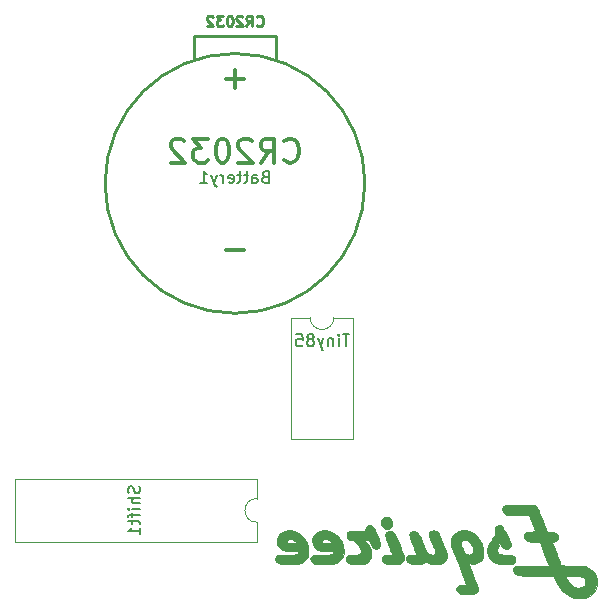
<source format=gbr>
G04 #@! TF.FileFunction,Legend,Bot*
%FSLAX46Y46*%
G04 Gerber Fmt 4.6, Leading zero omitted, Abs format (unit mm)*
G04 Created by KiCad (PCBNEW 4.0.7) date 09/09/18 15:16:27*
%MOMM*%
%LPD*%
G01*
G04 APERTURE LIST*
%ADD10C,0.100000*%
%ADD11C,0.220000*%
%ADD12C,0.250000*%
%ADD13C,0.120000*%
%ADD14C,0.010000*%
%ADD15C,0.150000*%
%ADD16C,0.300000*%
G04 APERTURE END LIST*
D10*
D11*
X134939809Y-79054286D02*
X134981714Y-79096190D01*
X135107428Y-79138095D01*
X135191238Y-79138095D01*
X135316952Y-79096190D01*
X135400761Y-79012381D01*
X135442666Y-78928571D01*
X135484571Y-78760952D01*
X135484571Y-78635238D01*
X135442666Y-78467619D01*
X135400761Y-78383810D01*
X135316952Y-78300000D01*
X135191238Y-78258095D01*
X135107428Y-78258095D01*
X134981714Y-78300000D01*
X134939809Y-78341905D01*
X134059809Y-79138095D02*
X134353142Y-78719048D01*
X134562666Y-79138095D02*
X134562666Y-78258095D01*
X134227428Y-78258095D01*
X134143619Y-78300000D01*
X134101714Y-78341905D01*
X134059809Y-78425714D01*
X134059809Y-78551429D01*
X134101714Y-78635238D01*
X134143619Y-78677143D01*
X134227428Y-78719048D01*
X134562666Y-78719048D01*
X133724571Y-78341905D02*
X133682666Y-78300000D01*
X133598857Y-78258095D01*
X133389333Y-78258095D01*
X133305523Y-78300000D01*
X133263619Y-78341905D01*
X133221714Y-78425714D01*
X133221714Y-78509524D01*
X133263619Y-78635238D01*
X133766476Y-79138095D01*
X133221714Y-79138095D01*
X132676952Y-78258095D02*
X132593143Y-78258095D01*
X132509333Y-78300000D01*
X132467428Y-78341905D01*
X132425524Y-78425714D01*
X132383619Y-78593333D01*
X132383619Y-78802857D01*
X132425524Y-78970476D01*
X132467428Y-79054286D01*
X132509333Y-79096190D01*
X132593143Y-79138095D01*
X132676952Y-79138095D01*
X132760762Y-79096190D01*
X132802666Y-79054286D01*
X132844571Y-78970476D01*
X132886476Y-78802857D01*
X132886476Y-78593333D01*
X132844571Y-78425714D01*
X132802666Y-78341905D01*
X132760762Y-78300000D01*
X132676952Y-78258095D01*
X132090286Y-78258095D02*
X131545524Y-78258095D01*
X131838857Y-78593333D01*
X131713143Y-78593333D01*
X131629333Y-78635238D01*
X131587429Y-78677143D01*
X131545524Y-78760952D01*
X131545524Y-78970476D01*
X131587429Y-79054286D01*
X131629333Y-79096190D01*
X131713143Y-79138095D01*
X131964571Y-79138095D01*
X132048381Y-79096190D01*
X132090286Y-79054286D01*
X131210286Y-78341905D02*
X131168381Y-78300000D01*
X131084572Y-78258095D01*
X130875048Y-78258095D01*
X130791238Y-78300000D01*
X130749334Y-78341905D01*
X130707429Y-78425714D01*
X130707429Y-78509524D01*
X130749334Y-78635238D01*
X131252191Y-79138095D01*
X130707429Y-79138095D01*
D12*
X133096000Y-79956000D02*
X129596000Y-79956000D01*
X129596000Y-79956000D02*
X129596000Y-81956000D01*
X133096000Y-79956000D02*
X136096000Y-79956000D01*
X136096000Y-79956000D02*
X136596000Y-79956000D01*
X136596000Y-79956000D02*
X136596000Y-81956000D01*
X144096000Y-92456000D02*
G75*
G03X144096000Y-92456000I-11000000J0D01*
G01*
D13*
X134934000Y-119142000D02*
G75*
G03X134934000Y-121142000I0J-1000000D01*
G01*
X134934000Y-121142000D02*
X134934000Y-122792000D01*
X134934000Y-122792000D02*
X114494000Y-122792000D01*
X114494000Y-122792000D02*
X114494000Y-117492000D01*
X114494000Y-117492000D02*
X134934000Y-117492000D01*
X134934000Y-117492000D02*
X134934000Y-119142000D01*
X139462000Y-103826000D02*
G75*
G03X141462000Y-103826000I1000000J0D01*
G01*
X141462000Y-103826000D02*
X143112000Y-103826000D01*
X143112000Y-103826000D02*
X143112000Y-114106000D01*
X143112000Y-114106000D02*
X137812000Y-114106000D01*
X137812000Y-114106000D02*
X137812000Y-103826000D01*
X137812000Y-103826000D02*
X139462000Y-103826000D01*
D14*
G36*
X156349675Y-119694404D02*
X156224428Y-119696553D01*
X156128300Y-119700165D01*
X156055828Y-119705430D01*
X156001547Y-119712538D01*
X155959993Y-119721679D01*
X155925700Y-119733043D01*
X155900378Y-119743617D01*
X155817642Y-119788140D01*
X155770345Y-119841065D01*
X155741721Y-119913815D01*
X155726658Y-120056726D01*
X155761063Y-120198975D01*
X155838986Y-120329173D01*
X155954480Y-120435927D01*
X156039499Y-120484063D01*
X156075796Y-120498544D01*
X156118289Y-120510082D01*
X156173475Y-120519011D01*
X156247850Y-120525667D01*
X156347912Y-120530382D01*
X156480158Y-120533492D01*
X156651083Y-120535330D01*
X156867186Y-120536232D01*
X157058342Y-120536491D01*
X157963129Y-120537111D01*
X158235997Y-121219771D01*
X158308717Y-121403437D01*
X158373116Y-121569430D01*
X158426572Y-121710717D01*
X158466463Y-121820266D01*
X158490169Y-121891042D01*
X158495417Y-121915880D01*
X158463703Y-121922154D01*
X158386665Y-121929670D01*
X158275382Y-121937543D01*
X158140933Y-121944887D01*
X158120726Y-121945830D01*
X157939356Y-121956979D01*
X157805892Y-121973726D01*
X157711837Y-121999553D01*
X157648691Y-122037939D01*
X157607956Y-122092364D01*
X157581135Y-122166309D01*
X157580986Y-122166869D01*
X157566346Y-122323863D01*
X157605211Y-122472434D01*
X157694662Y-122605753D01*
X157810153Y-122703220D01*
X157855301Y-122731671D01*
X157898380Y-122752485D01*
X157949348Y-122767194D01*
X158018162Y-122777331D01*
X158114780Y-122784430D01*
X158249159Y-122790025D01*
X158405474Y-122794889D01*
X158883681Y-122809000D01*
X159285365Y-123796778D01*
X159375259Y-124019106D01*
X159457538Y-124225058D01*
X159529944Y-124408790D01*
X159590217Y-124564458D01*
X159636096Y-124686218D01*
X159665323Y-124768227D01*
X159675637Y-124804639D01*
X159675470Y-124805722D01*
X159645809Y-124809904D01*
X159565152Y-124813817D01*
X159438944Y-124817376D01*
X159272635Y-124820500D01*
X159071670Y-124823105D01*
X158841498Y-124825109D01*
X158587565Y-124826429D01*
X158315319Y-124826983D01*
X158275613Y-124826994D01*
X157958829Y-124827118D01*
X157693552Y-124827556D01*
X157474845Y-124828486D01*
X157297770Y-124830085D01*
X157157390Y-124832532D01*
X157048767Y-124836003D01*
X156966964Y-124840678D01*
X156907044Y-124846732D01*
X156864069Y-124854346D01*
X156833102Y-124863695D01*
X156809205Y-124874958D01*
X156800418Y-124880101D01*
X156710165Y-124964237D01*
X156662305Y-125073184D01*
X156654892Y-125196821D01*
X156685984Y-125325028D01*
X156753635Y-125447683D01*
X156855902Y-125554666D01*
X156940912Y-125611497D01*
X156964796Y-125622139D01*
X156997634Y-125631226D01*
X157044079Y-125638938D01*
X157108782Y-125645457D01*
X157196395Y-125650963D01*
X157311569Y-125655638D01*
X157458957Y-125659661D01*
X157643209Y-125663213D01*
X157868978Y-125666476D01*
X158140915Y-125669630D01*
X158463672Y-125672855D01*
X158537969Y-125673555D01*
X160047494Y-125687667D01*
X160273636Y-126142020D01*
X160354808Y-126301036D01*
X160436247Y-126453391D01*
X160511349Y-126587232D01*
X160573511Y-126690706D01*
X160607034Y-126740406D01*
X160797861Y-126957722D01*
X161026720Y-127154048D01*
X161281467Y-127321812D01*
X161549957Y-127453444D01*
X161820045Y-127541371D01*
X161925725Y-127562595D01*
X162113497Y-127583431D01*
X162313373Y-127589402D01*
X162505216Y-127580879D01*
X162668886Y-127558236D01*
X162712148Y-127548035D01*
X162988628Y-127448798D01*
X163226954Y-127311704D01*
X163424536Y-127139928D01*
X163578780Y-126936646D01*
X163687096Y-126705033D01*
X163746889Y-126448265D01*
X163758515Y-126266222D01*
X163748991Y-126154018D01*
X162766252Y-126154018D01*
X162761027Y-126307027D01*
X162716593Y-126430042D01*
X162627379Y-126538396D01*
X162626182Y-126539514D01*
X162512931Y-126624411D01*
X162387912Y-126672079D01*
X162232689Y-126689072D01*
X162204675Y-126689382D01*
X162084186Y-126683790D01*
X161983639Y-126661990D01*
X161873892Y-126616839D01*
X161838939Y-126599736D01*
X161647917Y-126477533D01*
X161465951Y-126310279D01*
X161304007Y-126109338D01*
X161198278Y-125935841D01*
X161145353Y-125833992D01*
X161104361Y-125751606D01*
X161081287Y-125700880D01*
X161078334Y-125691373D01*
X161104895Y-125684142D01*
X161178010Y-125678853D01*
X161287824Y-125675426D01*
X161424481Y-125673778D01*
X161578128Y-125673828D01*
X161738909Y-125675493D01*
X161896970Y-125678692D01*
X162042456Y-125683342D01*
X162165512Y-125689362D01*
X162256283Y-125696671D01*
X162290121Y-125701442D01*
X162473678Y-125750648D01*
X162608422Y-125821870D01*
X162699245Y-125919758D01*
X162751042Y-126048965D01*
X162766252Y-126154018D01*
X163748991Y-126154018D01*
X163733729Y-125974226D01*
X163659966Y-125709153D01*
X163539106Y-125473446D01*
X163373030Y-125269546D01*
X163163618Y-125099895D01*
X162912752Y-124966935D01*
X162701111Y-124893485D01*
X162640199Y-124879273D01*
X162563968Y-124867481D01*
X162465922Y-124857717D01*
X162339562Y-124849593D01*
X162178390Y-124842719D01*
X161975908Y-124836705D01*
X161725618Y-124831162D01*
X161631690Y-124829375D01*
X161377049Y-124824332D01*
X161173283Y-124819367D01*
X161014824Y-124814123D01*
X160896103Y-124808246D01*
X160811551Y-124801381D01*
X160755602Y-124793174D01*
X160722686Y-124783270D01*
X160707235Y-124771314D01*
X160706695Y-124770444D01*
X160689139Y-124732613D01*
X160654161Y-124650692D01*
X160604641Y-124531829D01*
X160543459Y-124383168D01*
X160473493Y-124211855D01*
X160397624Y-124025038D01*
X160318729Y-123829861D01*
X160239689Y-123633470D01*
X160163383Y-123443013D01*
X160092689Y-123265634D01*
X160030488Y-123108479D01*
X159979657Y-122978694D01*
X159943078Y-122883427D01*
X159923628Y-122829821D01*
X159921223Y-122820990D01*
X159946278Y-122804697D01*
X160008925Y-122795586D01*
X160035018Y-122794889D01*
X160191312Y-122773704D01*
X160311026Y-122712194D01*
X160390791Y-122613427D01*
X160427237Y-122480470D01*
X160429223Y-122436017D01*
X160401838Y-122289626D01*
X160322733Y-122155293D01*
X160205160Y-122047007D01*
X160142639Y-122006395D01*
X160082839Y-121980029D01*
X160009559Y-121963798D01*
X159906597Y-121953592D01*
X159815842Y-121948229D01*
X159545968Y-121934111D01*
X159161541Y-121002778D01*
X159046424Y-120724756D01*
X158949932Y-120494178D01*
X158869656Y-120306107D01*
X158803193Y-120155608D01*
X158748134Y-120037743D01*
X158702074Y-119947577D01*
X158662606Y-119880172D01*
X158627325Y-119830593D01*
X158593824Y-119793902D01*
X158559697Y-119765164D01*
X158557463Y-119763500D01*
X158536656Y-119749302D01*
X158512626Y-119737541D01*
X158480101Y-119727947D01*
X158433810Y-119720251D01*
X158368478Y-119714182D01*
X158278835Y-119709471D01*
X158159608Y-119705847D01*
X158005525Y-119703041D01*
X157811313Y-119700783D01*
X157571701Y-119698803D01*
X157281416Y-119696831D01*
X157251153Y-119696636D01*
X156954782Y-119694834D01*
X156709388Y-119693734D01*
X156509507Y-119693528D01*
X156349675Y-119694404D01*
X156349675Y-119694404D01*
G37*
X156349675Y-119694404D02*
X156224428Y-119696553D01*
X156128300Y-119700165D01*
X156055828Y-119705430D01*
X156001547Y-119712538D01*
X155959993Y-119721679D01*
X155925700Y-119733043D01*
X155900378Y-119743617D01*
X155817642Y-119788140D01*
X155770345Y-119841065D01*
X155741721Y-119913815D01*
X155726658Y-120056726D01*
X155761063Y-120198975D01*
X155838986Y-120329173D01*
X155954480Y-120435927D01*
X156039499Y-120484063D01*
X156075796Y-120498544D01*
X156118289Y-120510082D01*
X156173475Y-120519011D01*
X156247850Y-120525667D01*
X156347912Y-120530382D01*
X156480158Y-120533492D01*
X156651083Y-120535330D01*
X156867186Y-120536232D01*
X157058342Y-120536491D01*
X157963129Y-120537111D01*
X158235997Y-121219771D01*
X158308717Y-121403437D01*
X158373116Y-121569430D01*
X158426572Y-121710717D01*
X158466463Y-121820266D01*
X158490169Y-121891042D01*
X158495417Y-121915880D01*
X158463703Y-121922154D01*
X158386665Y-121929670D01*
X158275382Y-121937543D01*
X158140933Y-121944887D01*
X158120726Y-121945830D01*
X157939356Y-121956979D01*
X157805892Y-121973726D01*
X157711837Y-121999553D01*
X157648691Y-122037939D01*
X157607956Y-122092364D01*
X157581135Y-122166309D01*
X157580986Y-122166869D01*
X157566346Y-122323863D01*
X157605211Y-122472434D01*
X157694662Y-122605753D01*
X157810153Y-122703220D01*
X157855301Y-122731671D01*
X157898380Y-122752485D01*
X157949348Y-122767194D01*
X158018162Y-122777331D01*
X158114780Y-122784430D01*
X158249159Y-122790025D01*
X158405474Y-122794889D01*
X158883681Y-122809000D01*
X159285365Y-123796778D01*
X159375259Y-124019106D01*
X159457538Y-124225058D01*
X159529944Y-124408790D01*
X159590217Y-124564458D01*
X159636096Y-124686218D01*
X159665323Y-124768227D01*
X159675637Y-124804639D01*
X159675470Y-124805722D01*
X159645809Y-124809904D01*
X159565152Y-124813817D01*
X159438944Y-124817376D01*
X159272635Y-124820500D01*
X159071670Y-124823105D01*
X158841498Y-124825109D01*
X158587565Y-124826429D01*
X158315319Y-124826983D01*
X158275613Y-124826994D01*
X157958829Y-124827118D01*
X157693552Y-124827556D01*
X157474845Y-124828486D01*
X157297770Y-124830085D01*
X157157390Y-124832532D01*
X157048767Y-124836003D01*
X156966964Y-124840678D01*
X156907044Y-124846732D01*
X156864069Y-124854346D01*
X156833102Y-124863695D01*
X156809205Y-124874958D01*
X156800418Y-124880101D01*
X156710165Y-124964237D01*
X156662305Y-125073184D01*
X156654892Y-125196821D01*
X156685984Y-125325028D01*
X156753635Y-125447683D01*
X156855902Y-125554666D01*
X156940912Y-125611497D01*
X156964796Y-125622139D01*
X156997634Y-125631226D01*
X157044079Y-125638938D01*
X157108782Y-125645457D01*
X157196395Y-125650963D01*
X157311569Y-125655638D01*
X157458957Y-125659661D01*
X157643209Y-125663213D01*
X157868978Y-125666476D01*
X158140915Y-125669630D01*
X158463672Y-125672855D01*
X158537969Y-125673555D01*
X160047494Y-125687667D01*
X160273636Y-126142020D01*
X160354808Y-126301036D01*
X160436247Y-126453391D01*
X160511349Y-126587232D01*
X160573511Y-126690706D01*
X160607034Y-126740406D01*
X160797861Y-126957722D01*
X161026720Y-127154048D01*
X161281467Y-127321812D01*
X161549957Y-127453444D01*
X161820045Y-127541371D01*
X161925725Y-127562595D01*
X162113497Y-127583431D01*
X162313373Y-127589402D01*
X162505216Y-127580879D01*
X162668886Y-127558236D01*
X162712148Y-127548035D01*
X162988628Y-127448798D01*
X163226954Y-127311704D01*
X163424536Y-127139928D01*
X163578780Y-126936646D01*
X163687096Y-126705033D01*
X163746889Y-126448265D01*
X163758515Y-126266222D01*
X163748991Y-126154018D01*
X162766252Y-126154018D01*
X162761027Y-126307027D01*
X162716593Y-126430042D01*
X162627379Y-126538396D01*
X162626182Y-126539514D01*
X162512931Y-126624411D01*
X162387912Y-126672079D01*
X162232689Y-126689072D01*
X162204675Y-126689382D01*
X162084186Y-126683790D01*
X161983639Y-126661990D01*
X161873892Y-126616839D01*
X161838939Y-126599736D01*
X161647917Y-126477533D01*
X161465951Y-126310279D01*
X161304007Y-126109338D01*
X161198278Y-125935841D01*
X161145353Y-125833992D01*
X161104361Y-125751606D01*
X161081287Y-125700880D01*
X161078334Y-125691373D01*
X161104895Y-125684142D01*
X161178010Y-125678853D01*
X161287824Y-125675426D01*
X161424481Y-125673778D01*
X161578128Y-125673828D01*
X161738909Y-125675493D01*
X161896970Y-125678692D01*
X162042456Y-125683342D01*
X162165512Y-125689362D01*
X162256283Y-125696671D01*
X162290121Y-125701442D01*
X162473678Y-125750648D01*
X162608422Y-125821870D01*
X162699245Y-125919758D01*
X162751042Y-126048965D01*
X162766252Y-126154018D01*
X163748991Y-126154018D01*
X163733729Y-125974226D01*
X163659966Y-125709153D01*
X163539106Y-125473446D01*
X163373030Y-125269546D01*
X163163618Y-125099895D01*
X162912752Y-124966935D01*
X162701111Y-124893485D01*
X162640199Y-124879273D01*
X162563968Y-124867481D01*
X162465922Y-124857717D01*
X162339562Y-124849593D01*
X162178390Y-124842719D01*
X161975908Y-124836705D01*
X161725618Y-124831162D01*
X161631690Y-124829375D01*
X161377049Y-124824332D01*
X161173283Y-124819367D01*
X161014824Y-124814123D01*
X160896103Y-124808246D01*
X160811551Y-124801381D01*
X160755602Y-124793174D01*
X160722686Y-124783270D01*
X160707235Y-124771314D01*
X160706695Y-124770444D01*
X160689139Y-124732613D01*
X160654161Y-124650692D01*
X160604641Y-124531829D01*
X160543459Y-124383168D01*
X160473493Y-124211855D01*
X160397624Y-124025038D01*
X160318729Y-123829861D01*
X160239689Y-123633470D01*
X160163383Y-123443013D01*
X160092689Y-123265634D01*
X160030488Y-123108479D01*
X159979657Y-122978694D01*
X159943078Y-122883427D01*
X159923628Y-122829821D01*
X159921223Y-122820990D01*
X159946278Y-122804697D01*
X160008925Y-122795586D01*
X160035018Y-122794889D01*
X160191312Y-122773704D01*
X160311026Y-122712194D01*
X160390791Y-122613427D01*
X160427237Y-122480470D01*
X160429223Y-122436017D01*
X160401838Y-122289626D01*
X160322733Y-122155293D01*
X160205160Y-122047007D01*
X160142639Y-122006395D01*
X160082839Y-121980029D01*
X160009559Y-121963798D01*
X159906597Y-121953592D01*
X159815842Y-121948229D01*
X159545968Y-121934111D01*
X159161541Y-121002778D01*
X159046424Y-120724756D01*
X158949932Y-120494178D01*
X158869656Y-120306107D01*
X158803193Y-120155608D01*
X158748134Y-120037743D01*
X158702074Y-119947577D01*
X158662606Y-119880172D01*
X158627325Y-119830593D01*
X158593824Y-119793902D01*
X158559697Y-119765164D01*
X158557463Y-119763500D01*
X158536656Y-119749302D01*
X158512626Y-119737541D01*
X158480101Y-119727947D01*
X158433810Y-119720251D01*
X158368478Y-119714182D01*
X158278835Y-119709471D01*
X158159608Y-119705847D01*
X158005525Y-119703041D01*
X157811313Y-119700783D01*
X157571701Y-119698803D01*
X157281416Y-119696831D01*
X157251153Y-119696636D01*
X156954782Y-119694834D01*
X156709388Y-119693734D01*
X156509507Y-119693528D01*
X156349675Y-119694404D01*
G36*
X152332709Y-121844293D02*
X152176942Y-121867851D01*
X151999510Y-121924945D01*
X151821278Y-122019514D01*
X151662493Y-122139082D01*
X151560496Y-122247692D01*
X151466720Y-122389412D01*
X151407344Y-122531944D01*
X151377792Y-122691802D01*
X151373486Y-122885498D01*
X151374708Y-122917883D01*
X151386003Y-123176145D01*
X152038631Y-124798795D01*
X152691258Y-126421444D01*
X152573851Y-126440519D01*
X152480123Y-126451254D01*
X152360546Y-126459077D01*
X152273000Y-126461730D01*
X152100697Y-126477710D01*
X151974756Y-126522147D01*
X151891889Y-126596648D01*
X151858780Y-126664333D01*
X151839069Y-126807284D01*
X151872071Y-126941434D01*
X151954076Y-127059503D01*
X152081372Y-127154209D01*
X152117778Y-127172436D01*
X152165165Y-127191115D01*
X152220630Y-127204814D01*
X152293322Y-127214266D01*
X152392391Y-127220207D01*
X152526984Y-127223370D01*
X152706250Y-127224490D01*
X152766889Y-127224538D01*
X152960542Y-127223870D01*
X153106969Y-127221370D01*
X153215377Y-127216297D01*
X153294976Y-127207908D01*
X153354973Y-127195462D01*
X153404576Y-127178216D01*
X153418792Y-127172002D01*
X153547987Y-127088610D01*
X153629503Y-126976032D01*
X153665153Y-126831345D01*
X153667110Y-126771054D01*
X153664105Y-126723785D01*
X153655034Y-126668790D01*
X153637968Y-126600560D01*
X153610977Y-126513586D01*
X153572134Y-126402360D01*
X153519509Y-126261374D01*
X153451172Y-126085118D01*
X153365196Y-125868084D01*
X153259651Y-125604765D01*
X153252333Y-125586577D01*
X153161578Y-125360352D01*
X153078136Y-125151015D01*
X153004218Y-124964217D01*
X152942039Y-124805612D01*
X152893810Y-124680852D01*
X152861745Y-124595592D01*
X152848057Y-124555483D01*
X152847795Y-124553131D01*
X152875427Y-124559587D01*
X152936957Y-124585008D01*
X152980713Y-124605419D01*
X153154205Y-124659545D01*
X153341214Y-124666940D01*
X153528653Y-124630654D01*
X153703434Y-124553738D01*
X153852471Y-124439241D01*
X153894924Y-124392330D01*
X153991614Y-124262009D01*
X154057304Y-124138269D01*
X154097136Y-124004928D01*
X154116253Y-123845806D01*
X154120077Y-123683889D01*
X154113272Y-123482343D01*
X154107731Y-123439244D01*
X153254340Y-123439244D01*
X153254199Y-123584787D01*
X153217953Y-123707925D01*
X153174665Y-123770095D01*
X153066037Y-123846403D01*
X152929768Y-123880789D01*
X152777016Y-123872331D01*
X152618937Y-123820106D01*
X152611795Y-123816671D01*
X152570176Y-123792590D01*
X152534589Y-123759541D01*
X152499443Y-123708278D01*
X152459144Y-123629555D01*
X152408101Y-123514127D01*
X152361340Y-123402574D01*
X152304312Y-123259999D01*
X152254856Y-123126835D01*
X152217592Y-123016216D01*
X152197141Y-122941274D01*
X152195324Y-122930640D01*
X152191970Y-122860037D01*
X152211341Y-122805160D01*
X152262944Y-122743119D01*
X152280679Y-122725121D01*
X152346033Y-122666073D01*
X152404807Y-122636432D01*
X152482180Y-122626345D01*
X152535100Y-122625555D01*
X152641644Y-122632371D01*
X152727778Y-122659143D01*
X152823640Y-122715356D01*
X152826507Y-122717278D01*
X152958446Y-122828350D01*
X153070429Y-122965849D01*
X153159225Y-123120008D01*
X153221605Y-123281062D01*
X153254340Y-123439244D01*
X154107731Y-123439244D01*
X154090955Y-123308763D01*
X154048395Y-123141969D01*
X153980863Y-122960777D01*
X153935133Y-122855670D01*
X153782664Y-122575553D01*
X153598065Y-122336913D01*
X153385323Y-122141990D01*
X153148429Y-121993026D01*
X152891369Y-121892261D01*
X152618133Y-121841936D01*
X152332709Y-121844293D01*
X152332709Y-121844293D01*
G37*
X152332709Y-121844293D02*
X152176942Y-121867851D01*
X151999510Y-121924945D01*
X151821278Y-122019514D01*
X151662493Y-122139082D01*
X151560496Y-122247692D01*
X151466720Y-122389412D01*
X151407344Y-122531944D01*
X151377792Y-122691802D01*
X151373486Y-122885498D01*
X151374708Y-122917883D01*
X151386003Y-123176145D01*
X152038631Y-124798795D01*
X152691258Y-126421444D01*
X152573851Y-126440519D01*
X152480123Y-126451254D01*
X152360546Y-126459077D01*
X152273000Y-126461730D01*
X152100697Y-126477710D01*
X151974756Y-126522147D01*
X151891889Y-126596648D01*
X151858780Y-126664333D01*
X151839069Y-126807284D01*
X151872071Y-126941434D01*
X151954076Y-127059503D01*
X152081372Y-127154209D01*
X152117778Y-127172436D01*
X152165165Y-127191115D01*
X152220630Y-127204814D01*
X152293322Y-127214266D01*
X152392391Y-127220207D01*
X152526984Y-127223370D01*
X152706250Y-127224490D01*
X152766889Y-127224538D01*
X152960542Y-127223870D01*
X153106969Y-127221370D01*
X153215377Y-127216297D01*
X153294976Y-127207908D01*
X153354973Y-127195462D01*
X153404576Y-127178216D01*
X153418792Y-127172002D01*
X153547987Y-127088610D01*
X153629503Y-126976032D01*
X153665153Y-126831345D01*
X153667110Y-126771054D01*
X153664105Y-126723785D01*
X153655034Y-126668790D01*
X153637968Y-126600560D01*
X153610977Y-126513586D01*
X153572134Y-126402360D01*
X153519509Y-126261374D01*
X153451172Y-126085118D01*
X153365196Y-125868084D01*
X153259651Y-125604765D01*
X153252333Y-125586577D01*
X153161578Y-125360352D01*
X153078136Y-125151015D01*
X153004218Y-124964217D01*
X152942039Y-124805612D01*
X152893810Y-124680852D01*
X152861745Y-124595592D01*
X152848057Y-124555483D01*
X152847795Y-124553131D01*
X152875427Y-124559587D01*
X152936957Y-124585008D01*
X152980713Y-124605419D01*
X153154205Y-124659545D01*
X153341214Y-124666940D01*
X153528653Y-124630654D01*
X153703434Y-124553738D01*
X153852471Y-124439241D01*
X153894924Y-124392330D01*
X153991614Y-124262009D01*
X154057304Y-124138269D01*
X154097136Y-124004928D01*
X154116253Y-123845806D01*
X154120077Y-123683889D01*
X154113272Y-123482343D01*
X154107731Y-123439244D01*
X153254340Y-123439244D01*
X153254199Y-123584787D01*
X153217953Y-123707925D01*
X153174665Y-123770095D01*
X153066037Y-123846403D01*
X152929768Y-123880789D01*
X152777016Y-123872331D01*
X152618937Y-123820106D01*
X152611795Y-123816671D01*
X152570176Y-123792590D01*
X152534589Y-123759541D01*
X152499443Y-123708278D01*
X152459144Y-123629555D01*
X152408101Y-123514127D01*
X152361340Y-123402574D01*
X152304312Y-123259999D01*
X152254856Y-123126835D01*
X152217592Y-123016216D01*
X152197141Y-122941274D01*
X152195324Y-122930640D01*
X152191970Y-122860037D01*
X152211341Y-122805160D01*
X152262944Y-122743119D01*
X152280679Y-122725121D01*
X152346033Y-122666073D01*
X152404807Y-122636432D01*
X152482180Y-122626345D01*
X152535100Y-122625555D01*
X152641644Y-122632371D01*
X152727778Y-122659143D01*
X152823640Y-122715356D01*
X152826507Y-122717278D01*
X152958446Y-122828350D01*
X153070429Y-122965849D01*
X153159225Y-123120008D01*
X153221605Y-123281062D01*
X153254340Y-123439244D01*
X154107731Y-123439244D01*
X154090955Y-123308763D01*
X154048395Y-123141969D01*
X153980863Y-122960777D01*
X153935133Y-122855670D01*
X153782664Y-122575553D01*
X153598065Y-122336913D01*
X153385323Y-122141990D01*
X153148429Y-121993026D01*
X152891369Y-121892261D01*
X152618133Y-121841936D01*
X152332709Y-121844293D01*
G36*
X155270242Y-121429000D02*
X155179780Y-121491547D01*
X155157723Y-121519141D01*
X155134334Y-121568241D01*
X155119488Y-121637433D01*
X155111630Y-121738635D01*
X155109202Y-121883764D01*
X155109196Y-121890567D01*
X155107141Y-122030159D01*
X155097704Y-122139757D01*
X155075763Y-122233219D01*
X155036191Y-122324404D01*
X154973865Y-122427171D01*
X154883659Y-122555379D01*
X154842627Y-122611444D01*
X154705567Y-122817415D01*
X154590439Y-123029464D01*
X154503689Y-123233986D01*
X154451762Y-123417378D01*
X154446562Y-123447415D01*
X154436511Y-123685113D01*
X154478036Y-123908540D01*
X154567033Y-124112676D01*
X154699396Y-124292501D01*
X154871021Y-124442996D01*
X155077804Y-124559139D01*
X155315639Y-124635911D01*
X155435436Y-124656766D01*
X155546000Y-124667014D01*
X155690421Y-124674522D01*
X155856238Y-124679271D01*
X156030988Y-124681245D01*
X156202210Y-124680427D01*
X156357442Y-124676797D01*
X156484221Y-124670340D01*
X156570086Y-124661038D01*
X156583238Y-124658376D01*
X156715191Y-124608406D01*
X156798619Y-124531817D01*
X156832899Y-124445104D01*
X156838595Y-124284458D01*
X156793040Y-124145695D01*
X156698102Y-124032731D01*
X156607856Y-123973459D01*
X156555132Y-123949835D01*
X156494574Y-123932247D01*
X156415718Y-123919277D01*
X156308102Y-123909510D01*
X156161265Y-123901529D01*
X156040667Y-123896659D01*
X155827789Y-123886049D01*
X155663840Y-123870594D01*
X155541365Y-123848014D01*
X155452907Y-123816030D01*
X155391009Y-123772362D01*
X155348217Y-123714732D01*
X155331639Y-123679932D01*
X155301849Y-123584685D01*
X155296747Y-123489081D01*
X155318394Y-123380721D01*
X155368849Y-123247204D01*
X155422717Y-123131507D01*
X155552655Y-122865444D01*
X155635800Y-123040516D01*
X155735362Y-123205376D01*
X155851789Y-123320536D01*
X155981261Y-123384480D01*
X156119957Y-123395687D01*
X156264056Y-123352642D01*
X156328709Y-123315782D01*
X156411447Y-123229776D01*
X156453648Y-123113777D01*
X156450523Y-122981472D01*
X156448690Y-122972870D01*
X156429242Y-122915893D01*
X156388322Y-122816895D01*
X156329727Y-122684330D01*
X156257252Y-122526649D01*
X156174693Y-122352306D01*
X156111838Y-122222643D01*
X155999710Y-121996594D01*
X155906326Y-121816686D01*
X155827654Y-121677411D01*
X155759662Y-121573264D01*
X155698319Y-121498739D01*
X155639594Y-121448331D01*
X155579453Y-121416533D01*
X155513867Y-121397839D01*
X155506888Y-121396485D01*
X155386131Y-121394905D01*
X155270242Y-121429000D01*
X155270242Y-121429000D01*
G37*
X155270242Y-121429000D02*
X155179780Y-121491547D01*
X155157723Y-121519141D01*
X155134334Y-121568241D01*
X155119488Y-121637433D01*
X155111630Y-121738635D01*
X155109202Y-121883764D01*
X155109196Y-121890567D01*
X155107141Y-122030159D01*
X155097704Y-122139757D01*
X155075763Y-122233219D01*
X155036191Y-122324404D01*
X154973865Y-122427171D01*
X154883659Y-122555379D01*
X154842627Y-122611444D01*
X154705567Y-122817415D01*
X154590439Y-123029464D01*
X154503689Y-123233986D01*
X154451762Y-123417378D01*
X154446562Y-123447415D01*
X154436511Y-123685113D01*
X154478036Y-123908540D01*
X154567033Y-124112676D01*
X154699396Y-124292501D01*
X154871021Y-124442996D01*
X155077804Y-124559139D01*
X155315639Y-124635911D01*
X155435436Y-124656766D01*
X155546000Y-124667014D01*
X155690421Y-124674522D01*
X155856238Y-124679271D01*
X156030988Y-124681245D01*
X156202210Y-124680427D01*
X156357442Y-124676797D01*
X156484221Y-124670340D01*
X156570086Y-124661038D01*
X156583238Y-124658376D01*
X156715191Y-124608406D01*
X156798619Y-124531817D01*
X156832899Y-124445104D01*
X156838595Y-124284458D01*
X156793040Y-124145695D01*
X156698102Y-124032731D01*
X156607856Y-123973459D01*
X156555132Y-123949835D01*
X156494574Y-123932247D01*
X156415718Y-123919277D01*
X156308102Y-123909510D01*
X156161265Y-123901529D01*
X156040667Y-123896659D01*
X155827789Y-123886049D01*
X155663840Y-123870594D01*
X155541365Y-123848014D01*
X155452907Y-123816030D01*
X155391009Y-123772362D01*
X155348217Y-123714732D01*
X155331639Y-123679932D01*
X155301849Y-123584685D01*
X155296747Y-123489081D01*
X155318394Y-123380721D01*
X155368849Y-123247204D01*
X155422717Y-123131507D01*
X155552655Y-122865444D01*
X155635800Y-123040516D01*
X155735362Y-123205376D01*
X155851789Y-123320536D01*
X155981261Y-123384480D01*
X156119957Y-123395687D01*
X156264056Y-123352642D01*
X156328709Y-123315782D01*
X156411447Y-123229776D01*
X156453648Y-123113777D01*
X156450523Y-122981472D01*
X156448690Y-122972870D01*
X156429242Y-122915893D01*
X156388322Y-122816895D01*
X156329727Y-122684330D01*
X156257252Y-122526649D01*
X156174693Y-122352306D01*
X156111838Y-122222643D01*
X155999710Y-121996594D01*
X155906326Y-121816686D01*
X155827654Y-121677411D01*
X155759662Y-121573264D01*
X155698319Y-121498739D01*
X155639594Y-121448331D01*
X155579453Y-121416533D01*
X155513867Y-121397839D01*
X155506888Y-121396485D01*
X155386131Y-121394905D01*
X155270242Y-121429000D01*
G36*
X149743969Y-121861713D02*
X149638664Y-121920904D01*
X149560200Y-122020264D01*
X149547648Y-122047214D01*
X149529976Y-122101455D01*
X149523417Y-122160749D01*
X149529828Y-122232296D01*
X149551064Y-122323298D01*
X149588980Y-122440955D01*
X149645432Y-122592467D01*
X149722275Y-122785034D01*
X149764159Y-122887386D01*
X149859160Y-123119978D01*
X149933706Y-123306528D01*
X149989854Y-123452755D01*
X150029659Y-123564379D01*
X150055175Y-123647120D01*
X150068459Y-123706697D01*
X150071667Y-123743151D01*
X150047948Y-123816027D01*
X149983723Y-123864838D01*
X149889394Y-123889905D01*
X149775360Y-123891546D01*
X149652022Y-123870082D01*
X149529779Y-123825834D01*
X149419032Y-123759120D01*
X149375592Y-123721734D01*
X149339987Y-123678543D01*
X149298212Y-123610055D01*
X149247661Y-123510809D01*
X149185727Y-123375346D01*
X149109804Y-123198205D01*
X149017286Y-122973926D01*
X149009621Y-122955092D01*
X148907305Y-122706537D01*
X148821080Y-122505154D01*
X148747670Y-122345101D01*
X148683799Y-122220531D01*
X148626190Y-122125600D01*
X148571568Y-122054464D01*
X148516657Y-122001278D01*
X148458181Y-121960197D01*
X148448889Y-121954712D01*
X148310787Y-121902536D01*
X148168359Y-121896716D01*
X148036283Y-121935909D01*
X147946005Y-122000691D01*
X147901932Y-122050626D01*
X147871454Y-122103366D01*
X147855677Y-122164917D01*
X147855708Y-122241281D01*
X147872653Y-122338465D01*
X147907617Y-122462470D01*
X147961707Y-122619302D01*
X148036028Y-122814965D01*
X148131688Y-123055462D01*
X148147583Y-123094877D01*
X148224044Y-123284326D01*
X148294108Y-123458080D01*
X148354828Y-123608820D01*
X148403259Y-123729225D01*
X148436453Y-123811976D01*
X148451463Y-123849752D01*
X148451489Y-123849821D01*
X148453473Y-123870421D01*
X148434398Y-123883795D01*
X148385188Y-123891457D01*
X148296764Y-123894925D01*
X148176742Y-123895713D01*
X147973166Y-123901012D01*
X147819576Y-123918968D01*
X147710269Y-123953042D01*
X147639540Y-124006697D01*
X147601686Y-124083393D01*
X147591002Y-124186591D01*
X147594074Y-124249295D01*
X147610704Y-124358695D01*
X147645095Y-124437417D01*
X147689263Y-124492322D01*
X147755017Y-124554341D01*
X147825582Y-124600301D01*
X147911096Y-124632951D01*
X148021697Y-124655041D01*
X148167523Y-124669321D01*
X148358712Y-124678540D01*
X148378334Y-124679210D01*
X148614406Y-124683230D01*
X148801432Y-124677010D01*
X148946070Y-124659416D01*
X149054977Y-124629317D01*
X149134812Y-124585580D01*
X149179845Y-124542873D01*
X149228857Y-124489557D01*
X149262887Y-124461341D01*
X149267167Y-124460000D01*
X149297692Y-124476215D01*
X149355235Y-124517377D01*
X149389485Y-124544164D01*
X149514417Y-124616841D01*
X149645682Y-124657053D01*
X149763864Y-124671671D01*
X149917252Y-124679887D01*
X150086079Y-124681719D01*
X150250574Y-124677181D01*
X150390970Y-124666289D01*
X150457077Y-124656387D01*
X150651367Y-124592267D01*
X150814552Y-124485495D01*
X150940073Y-124341199D01*
X150996397Y-124234451D01*
X151021804Y-124135144D01*
X151027996Y-123998491D01*
X151024924Y-123924007D01*
X151019245Y-123855808D01*
X151009120Y-123788769D01*
X150992037Y-123715294D01*
X150965480Y-123627785D01*
X150926938Y-123518647D01*
X150873895Y-123380282D01*
X150803838Y-123205094D01*
X150714874Y-122986999D01*
X150633262Y-122789936D01*
X150554562Y-122603608D01*
X150482415Y-122436352D01*
X150420460Y-122296505D01*
X150372339Y-122192403D01*
X150341843Y-122132644D01*
X150244305Y-122006267D01*
X150126283Y-121914966D01*
X149997244Y-121859762D01*
X149866651Y-121841671D01*
X149743969Y-121861713D01*
X149743969Y-121861713D01*
G37*
X149743969Y-121861713D02*
X149638664Y-121920904D01*
X149560200Y-122020264D01*
X149547648Y-122047214D01*
X149529976Y-122101455D01*
X149523417Y-122160749D01*
X149529828Y-122232296D01*
X149551064Y-122323298D01*
X149588980Y-122440955D01*
X149645432Y-122592467D01*
X149722275Y-122785034D01*
X149764159Y-122887386D01*
X149859160Y-123119978D01*
X149933706Y-123306528D01*
X149989854Y-123452755D01*
X150029659Y-123564379D01*
X150055175Y-123647120D01*
X150068459Y-123706697D01*
X150071667Y-123743151D01*
X150047948Y-123816027D01*
X149983723Y-123864838D01*
X149889394Y-123889905D01*
X149775360Y-123891546D01*
X149652022Y-123870082D01*
X149529779Y-123825834D01*
X149419032Y-123759120D01*
X149375592Y-123721734D01*
X149339987Y-123678543D01*
X149298212Y-123610055D01*
X149247661Y-123510809D01*
X149185727Y-123375346D01*
X149109804Y-123198205D01*
X149017286Y-122973926D01*
X149009621Y-122955092D01*
X148907305Y-122706537D01*
X148821080Y-122505154D01*
X148747670Y-122345101D01*
X148683799Y-122220531D01*
X148626190Y-122125600D01*
X148571568Y-122054464D01*
X148516657Y-122001278D01*
X148458181Y-121960197D01*
X148448889Y-121954712D01*
X148310787Y-121902536D01*
X148168359Y-121896716D01*
X148036283Y-121935909D01*
X147946005Y-122000691D01*
X147901932Y-122050626D01*
X147871454Y-122103366D01*
X147855677Y-122164917D01*
X147855708Y-122241281D01*
X147872653Y-122338465D01*
X147907617Y-122462470D01*
X147961707Y-122619302D01*
X148036028Y-122814965D01*
X148131688Y-123055462D01*
X148147583Y-123094877D01*
X148224044Y-123284326D01*
X148294108Y-123458080D01*
X148354828Y-123608820D01*
X148403259Y-123729225D01*
X148436453Y-123811976D01*
X148451463Y-123849752D01*
X148451489Y-123849821D01*
X148453473Y-123870421D01*
X148434398Y-123883795D01*
X148385188Y-123891457D01*
X148296764Y-123894925D01*
X148176742Y-123895713D01*
X147973166Y-123901012D01*
X147819576Y-123918968D01*
X147710269Y-123953042D01*
X147639540Y-124006697D01*
X147601686Y-124083393D01*
X147591002Y-124186591D01*
X147594074Y-124249295D01*
X147610704Y-124358695D01*
X147645095Y-124437417D01*
X147689263Y-124492322D01*
X147755017Y-124554341D01*
X147825582Y-124600301D01*
X147911096Y-124632951D01*
X148021697Y-124655041D01*
X148167523Y-124669321D01*
X148358712Y-124678540D01*
X148378334Y-124679210D01*
X148614406Y-124683230D01*
X148801432Y-124677010D01*
X148946070Y-124659416D01*
X149054977Y-124629317D01*
X149134812Y-124585580D01*
X149179845Y-124542873D01*
X149228857Y-124489557D01*
X149262887Y-124461341D01*
X149267167Y-124460000D01*
X149297692Y-124476215D01*
X149355235Y-124517377D01*
X149389485Y-124544164D01*
X149514417Y-124616841D01*
X149645682Y-124657053D01*
X149763864Y-124671671D01*
X149917252Y-124679887D01*
X150086079Y-124681719D01*
X150250574Y-124677181D01*
X150390970Y-124666289D01*
X150457077Y-124656387D01*
X150651367Y-124592267D01*
X150814552Y-124485495D01*
X150940073Y-124341199D01*
X150996397Y-124234451D01*
X151021804Y-124135144D01*
X151027996Y-123998491D01*
X151024924Y-123924007D01*
X151019245Y-123855808D01*
X151009120Y-123788769D01*
X150992037Y-123715294D01*
X150965480Y-123627785D01*
X150926938Y-123518647D01*
X150873895Y-123380282D01*
X150803838Y-123205094D01*
X150714874Y-122986999D01*
X150633262Y-122789936D01*
X150554562Y-122603608D01*
X150482415Y-122436352D01*
X150420460Y-122296505D01*
X150372339Y-122192403D01*
X150341843Y-122132644D01*
X150244305Y-122006267D01*
X150126283Y-121914966D01*
X149997244Y-121859762D01*
X149866651Y-121841671D01*
X149743969Y-121861713D01*
G36*
X146099265Y-121899908D02*
X145979487Y-121936114D01*
X145960079Y-121946817D01*
X145897107Y-121991102D01*
X145851012Y-122040780D01*
X145822507Y-122101280D01*
X145812303Y-122178030D01*
X145821113Y-122276460D01*
X145849648Y-122401998D01*
X145898620Y-122560073D01*
X145968742Y-122756114D01*
X146060724Y-122995550D01*
X146115925Y-123135220D01*
X146191022Y-123324745D01*
X146258777Y-123497050D01*
X146316507Y-123645205D01*
X146361529Y-123762282D01*
X146391159Y-123841351D01*
X146402715Y-123875483D01*
X146402778Y-123876053D01*
X146376557Y-123884264D01*
X146305883Y-123890769D01*
X146202743Y-123894734D01*
X146122393Y-123895555D01*
X145922288Y-123902973D01*
X145771605Y-123927238D01*
X145665044Y-123971370D01*
X145597303Y-124038387D01*
X145563081Y-124131309D01*
X145556217Y-124217975D01*
X145576073Y-124368083D01*
X145638688Y-124484762D01*
X145749010Y-124575821D01*
X145800298Y-124603323D01*
X145858374Y-124629116D01*
X145916608Y-124647536D01*
X145986282Y-124660011D01*
X146078680Y-124667971D01*
X146205083Y-124672842D01*
X146374556Y-124676022D01*
X146537733Y-124676733D01*
X146691626Y-124674415D01*
X146822461Y-124669487D01*
X146916461Y-124662365D01*
X146941739Y-124658804D01*
X147125314Y-124604791D01*
X147266580Y-124518920D01*
X147362820Y-124404419D01*
X147411318Y-124264517D01*
X147409453Y-124103022D01*
X147395967Y-124058127D01*
X147364022Y-123968582D01*
X147316621Y-123841942D01*
X147256769Y-123685759D01*
X147187471Y-123507589D01*
X147111731Y-123314985D01*
X147032553Y-123115501D01*
X146952943Y-122916691D01*
X146875904Y-122726110D01*
X146804442Y-122551311D01*
X146741560Y-122399848D01*
X146690263Y-122279276D01*
X146653556Y-122197148D01*
X146642210Y-122174000D01*
X146571918Y-122076483D01*
X146474935Y-121986526D01*
X146374512Y-121925333D01*
X146365663Y-121921795D01*
X146236582Y-121894605D01*
X146099265Y-121899908D01*
X146099265Y-121899908D01*
G37*
X146099265Y-121899908D02*
X145979487Y-121936114D01*
X145960079Y-121946817D01*
X145897107Y-121991102D01*
X145851012Y-122040780D01*
X145822507Y-122101280D01*
X145812303Y-122178030D01*
X145821113Y-122276460D01*
X145849648Y-122401998D01*
X145898620Y-122560073D01*
X145968742Y-122756114D01*
X146060724Y-122995550D01*
X146115925Y-123135220D01*
X146191022Y-123324745D01*
X146258777Y-123497050D01*
X146316507Y-123645205D01*
X146361529Y-123762282D01*
X146391159Y-123841351D01*
X146402715Y-123875483D01*
X146402778Y-123876053D01*
X146376557Y-123884264D01*
X146305883Y-123890769D01*
X146202743Y-123894734D01*
X146122393Y-123895555D01*
X145922288Y-123902973D01*
X145771605Y-123927238D01*
X145665044Y-123971370D01*
X145597303Y-124038387D01*
X145563081Y-124131309D01*
X145556217Y-124217975D01*
X145576073Y-124368083D01*
X145638688Y-124484762D01*
X145749010Y-124575821D01*
X145800298Y-124603323D01*
X145858374Y-124629116D01*
X145916608Y-124647536D01*
X145986282Y-124660011D01*
X146078680Y-124667971D01*
X146205083Y-124672842D01*
X146374556Y-124676022D01*
X146537733Y-124676733D01*
X146691626Y-124674415D01*
X146822461Y-124669487D01*
X146916461Y-124662365D01*
X146941739Y-124658804D01*
X147125314Y-124604791D01*
X147266580Y-124518920D01*
X147362820Y-124404419D01*
X147411318Y-124264517D01*
X147409453Y-124103022D01*
X147395967Y-124058127D01*
X147364022Y-123968582D01*
X147316621Y-123841942D01*
X147256769Y-123685759D01*
X147187471Y-123507589D01*
X147111731Y-123314985D01*
X147032553Y-123115501D01*
X146952943Y-122916691D01*
X146875904Y-122726110D01*
X146804442Y-122551311D01*
X146741560Y-122399848D01*
X146690263Y-122279276D01*
X146653556Y-122197148D01*
X146642210Y-122174000D01*
X146571918Y-122076483D01*
X146474935Y-121986526D01*
X146374512Y-121925333D01*
X146365663Y-121921795D01*
X146236582Y-121894605D01*
X146099265Y-121899908D01*
G36*
X144364638Y-121407759D02*
X144267084Y-121480366D01*
X144195204Y-121602593D01*
X144171997Y-121670371D01*
X144129762Y-121780520D01*
X144078354Y-121843924D01*
X144059108Y-121855861D01*
X144008516Y-121869499D01*
X143915323Y-121879668D01*
X143775877Y-121886565D01*
X143586530Y-121890388D01*
X143403261Y-121891362D01*
X143177937Y-121892698D01*
X143001695Y-121897211D01*
X142867202Y-121906195D01*
X142767127Y-121920943D01*
X142694137Y-121942748D01*
X142640902Y-121972904D01*
X142600088Y-122012705D01*
X142582355Y-122036187D01*
X142546265Y-122128310D01*
X142537940Y-122245902D01*
X142556853Y-122365592D01*
X142591636Y-122447796D01*
X142685117Y-122549594D01*
X142823120Y-122619970D01*
X142985026Y-122657011D01*
X143076866Y-122675129D01*
X143149239Y-122706806D01*
X143223529Y-122763524D01*
X143277754Y-122814190D01*
X143389368Y-122931432D01*
X143500193Y-123063696D01*
X143599263Y-123196542D01*
X143675614Y-123315534D01*
X143709680Y-123382881D01*
X143737235Y-123479259D01*
X143749812Y-123583302D01*
X143749889Y-123590413D01*
X143741244Y-123693017D01*
X143711129Y-123770652D01*
X143653272Y-123826469D01*
X143561402Y-123863624D01*
X143429249Y-123885269D01*
X143250542Y-123894559D01*
X143143111Y-123895555D01*
X142930087Y-123901292D01*
X142767014Y-123920351D01*
X142648393Y-123955507D01*
X142568726Y-124009535D01*
X142522514Y-124085207D01*
X142504259Y-124185299D01*
X142503408Y-124218298D01*
X142525148Y-124367240D01*
X142592617Y-124485879D01*
X142709189Y-124579476D01*
X142748474Y-124600616D01*
X142803855Y-124626480D01*
X142857189Y-124645249D01*
X142918962Y-124658203D01*
X142999657Y-124666623D01*
X143109760Y-124671792D01*
X143259756Y-124674991D01*
X143368889Y-124676445D01*
X143538580Y-124677011D01*
X143698346Y-124674857D01*
X143835432Y-124670353D01*
X143937081Y-124663868D01*
X143977912Y-124658801D01*
X144178609Y-124596341D01*
X144346617Y-124489843D01*
X144479057Y-124343200D01*
X144573049Y-124160307D01*
X144625712Y-123945057D01*
X144636395Y-123768555D01*
X144626668Y-123607673D01*
X144597050Y-123463214D01*
X144542270Y-123322066D01*
X144457054Y-123171115D01*
X144336132Y-122997247D01*
X144314853Y-122968733D01*
X144237211Y-122864474D01*
X144173853Y-122777626D01*
X144131484Y-122717499D01*
X144116778Y-122693566D01*
X144142534Y-122687688D01*
X144209946Y-122683523D01*
X144301108Y-122682000D01*
X144404869Y-122684782D01*
X144465206Y-122695234D01*
X144494959Y-122716508D01*
X144502113Y-122731389D01*
X144521246Y-122778126D01*
X144558219Y-122861081D01*
X144606438Y-122965593D01*
X144629128Y-123013807D01*
X144718058Y-123177778D01*
X144808016Y-123290574D01*
X144905401Y-123357208D01*
X145016612Y-123382695D01*
X145096428Y-123379907D01*
X145193718Y-123359777D01*
X145268437Y-123316047D01*
X145325619Y-123260139D01*
X145383813Y-123189913D01*
X145409098Y-123132046D01*
X145410687Y-123061330D01*
X145408020Y-123034718D01*
X145393044Y-122971418D01*
X145359400Y-122865892D01*
X145310828Y-122727724D01*
X145251068Y-122566492D01*
X145183860Y-122391780D01*
X145112945Y-122213168D01*
X145042062Y-122040238D01*
X144974951Y-121882570D01*
X144915352Y-121749746D01*
X144870908Y-121658753D01*
X144777123Y-121516958D01*
X144669306Y-121427487D01*
X144542829Y-121387007D01*
X144488965Y-121383778D01*
X144364638Y-121407759D01*
X144364638Y-121407759D01*
G37*
X144364638Y-121407759D02*
X144267084Y-121480366D01*
X144195204Y-121602593D01*
X144171997Y-121670371D01*
X144129762Y-121780520D01*
X144078354Y-121843924D01*
X144059108Y-121855861D01*
X144008516Y-121869499D01*
X143915323Y-121879668D01*
X143775877Y-121886565D01*
X143586530Y-121890388D01*
X143403261Y-121891362D01*
X143177937Y-121892698D01*
X143001695Y-121897211D01*
X142867202Y-121906195D01*
X142767127Y-121920943D01*
X142694137Y-121942748D01*
X142640902Y-121972904D01*
X142600088Y-122012705D01*
X142582355Y-122036187D01*
X142546265Y-122128310D01*
X142537940Y-122245902D01*
X142556853Y-122365592D01*
X142591636Y-122447796D01*
X142685117Y-122549594D01*
X142823120Y-122619970D01*
X142985026Y-122657011D01*
X143076866Y-122675129D01*
X143149239Y-122706806D01*
X143223529Y-122763524D01*
X143277754Y-122814190D01*
X143389368Y-122931432D01*
X143500193Y-123063696D01*
X143599263Y-123196542D01*
X143675614Y-123315534D01*
X143709680Y-123382881D01*
X143737235Y-123479259D01*
X143749812Y-123583302D01*
X143749889Y-123590413D01*
X143741244Y-123693017D01*
X143711129Y-123770652D01*
X143653272Y-123826469D01*
X143561402Y-123863624D01*
X143429249Y-123885269D01*
X143250542Y-123894559D01*
X143143111Y-123895555D01*
X142930087Y-123901292D01*
X142767014Y-123920351D01*
X142648393Y-123955507D01*
X142568726Y-124009535D01*
X142522514Y-124085207D01*
X142504259Y-124185299D01*
X142503408Y-124218298D01*
X142525148Y-124367240D01*
X142592617Y-124485879D01*
X142709189Y-124579476D01*
X142748474Y-124600616D01*
X142803855Y-124626480D01*
X142857189Y-124645249D01*
X142918962Y-124658203D01*
X142999657Y-124666623D01*
X143109760Y-124671792D01*
X143259756Y-124674991D01*
X143368889Y-124676445D01*
X143538580Y-124677011D01*
X143698346Y-124674857D01*
X143835432Y-124670353D01*
X143937081Y-124663868D01*
X143977912Y-124658801D01*
X144178609Y-124596341D01*
X144346617Y-124489843D01*
X144479057Y-124343200D01*
X144573049Y-124160307D01*
X144625712Y-123945057D01*
X144636395Y-123768555D01*
X144626668Y-123607673D01*
X144597050Y-123463214D01*
X144542270Y-123322066D01*
X144457054Y-123171115D01*
X144336132Y-122997247D01*
X144314853Y-122968733D01*
X144237211Y-122864474D01*
X144173853Y-122777626D01*
X144131484Y-122717499D01*
X144116778Y-122693566D01*
X144142534Y-122687688D01*
X144209946Y-122683523D01*
X144301108Y-122682000D01*
X144404869Y-122684782D01*
X144465206Y-122695234D01*
X144494959Y-122716508D01*
X144502113Y-122731389D01*
X144521246Y-122778126D01*
X144558219Y-122861081D01*
X144606438Y-122965593D01*
X144629128Y-123013807D01*
X144718058Y-123177778D01*
X144808016Y-123290574D01*
X144905401Y-123357208D01*
X145016612Y-123382695D01*
X145096428Y-123379907D01*
X145193718Y-123359777D01*
X145268437Y-123316047D01*
X145325619Y-123260139D01*
X145383813Y-123189913D01*
X145409098Y-123132046D01*
X145410687Y-123061330D01*
X145408020Y-123034718D01*
X145393044Y-122971418D01*
X145359400Y-122865892D01*
X145310828Y-122727724D01*
X145251068Y-122566492D01*
X145183860Y-122391780D01*
X145112945Y-122213168D01*
X145042062Y-122040238D01*
X144974951Y-121882570D01*
X144915352Y-121749746D01*
X144870908Y-121658753D01*
X144777123Y-121516958D01*
X144669306Y-121427487D01*
X144542829Y-121387007D01*
X144488965Y-121383778D01*
X144364638Y-121407759D01*
G36*
X140577235Y-121843236D02*
X140326556Y-121885004D01*
X140111123Y-121967463D01*
X139933666Y-122087884D01*
X139796917Y-122243540D01*
X139703604Y-122431704D01*
X139656458Y-122649648D01*
X139651048Y-122768432D01*
X139677763Y-122983863D01*
X139753405Y-123173486D01*
X139875482Y-123333260D01*
X140041503Y-123459145D01*
X140094225Y-123487136D01*
X140223658Y-123534967D01*
X140394106Y-123570930D01*
X140609446Y-123595508D01*
X140873560Y-123609183D01*
X141104056Y-123612568D01*
X141245543Y-123613560D01*
X141339984Y-123616781D01*
X141396773Y-123623763D01*
X141425303Y-123636038D01*
X141434969Y-123655138D01*
X141435667Y-123666651D01*
X141409677Y-123744065D01*
X141340085Y-123814311D01*
X141240956Y-123864156D01*
X141177707Y-123874976D01*
X141063420Y-123883765D01*
X140903473Y-123890299D01*
X140703242Y-123894356D01*
X140478956Y-123895713D01*
X140281849Y-123896979D01*
X140099230Y-123900449D01*
X139940407Y-123905769D01*
X139814690Y-123912586D01*
X139731388Y-123920548D01*
X139708340Y-123924907D01*
X139592420Y-123982911D01*
X139517370Y-124077542D01*
X139488491Y-124201867D01*
X139488334Y-124212596D01*
X139512625Y-124366497D01*
X139584452Y-124490979D01*
X139702245Y-124584451D01*
X139864433Y-124645326D01*
X139928703Y-124658199D01*
X140021078Y-124667747D01*
X140158082Y-124674750D01*
X140327959Y-124679244D01*
X140518953Y-124681263D01*
X140719308Y-124680844D01*
X140917268Y-124678022D01*
X141101076Y-124672831D01*
X141258976Y-124665307D01*
X141379212Y-124655486D01*
X141393334Y-124653809D01*
X141636893Y-124598659D01*
X141845715Y-124500665D01*
X142017942Y-124362861D01*
X142151717Y-124188282D01*
X142245181Y-123979962D01*
X142296478Y-123740935D01*
X142303750Y-123474237D01*
X142272099Y-123218222D01*
X142209444Y-122971340D01*
X142194427Y-122936000D01*
X141271877Y-122936000D01*
X140951605Y-122935584D01*
X140785851Y-122931843D01*
X140657791Y-122921586D01*
X140575476Y-122905552D01*
X140560778Y-122899662D01*
X140497453Y-122841468D01*
X140478008Y-122763288D01*
X140502952Y-122681254D01*
X140552178Y-122626045D01*
X140655136Y-122578398D01*
X140778987Y-122572290D01*
X140911368Y-122603649D01*
X141039917Y-122668405D01*
X141152270Y-122762489D01*
X141215070Y-122844278D01*
X141271877Y-122936000D01*
X142194427Y-122936000D01*
X142116636Y-122752943D01*
X141986051Y-122549083D01*
X141810067Y-122345811D01*
X141777046Y-122312268D01*
X141553493Y-122116337D01*
X141325640Y-121974247D01*
X141086939Y-121883439D01*
X140830844Y-121841353D01*
X140577235Y-121843236D01*
X140577235Y-121843236D01*
G37*
X140577235Y-121843236D02*
X140326556Y-121885004D01*
X140111123Y-121967463D01*
X139933666Y-122087884D01*
X139796917Y-122243540D01*
X139703604Y-122431704D01*
X139656458Y-122649648D01*
X139651048Y-122768432D01*
X139677763Y-122983863D01*
X139753405Y-123173486D01*
X139875482Y-123333260D01*
X140041503Y-123459145D01*
X140094225Y-123487136D01*
X140223658Y-123534967D01*
X140394106Y-123570930D01*
X140609446Y-123595508D01*
X140873560Y-123609183D01*
X141104056Y-123612568D01*
X141245543Y-123613560D01*
X141339984Y-123616781D01*
X141396773Y-123623763D01*
X141425303Y-123636038D01*
X141434969Y-123655138D01*
X141435667Y-123666651D01*
X141409677Y-123744065D01*
X141340085Y-123814311D01*
X141240956Y-123864156D01*
X141177707Y-123874976D01*
X141063420Y-123883765D01*
X140903473Y-123890299D01*
X140703242Y-123894356D01*
X140478956Y-123895713D01*
X140281849Y-123896979D01*
X140099230Y-123900449D01*
X139940407Y-123905769D01*
X139814690Y-123912586D01*
X139731388Y-123920548D01*
X139708340Y-123924907D01*
X139592420Y-123982911D01*
X139517370Y-124077542D01*
X139488491Y-124201867D01*
X139488334Y-124212596D01*
X139512625Y-124366497D01*
X139584452Y-124490979D01*
X139702245Y-124584451D01*
X139864433Y-124645326D01*
X139928703Y-124658199D01*
X140021078Y-124667747D01*
X140158082Y-124674750D01*
X140327959Y-124679244D01*
X140518953Y-124681263D01*
X140719308Y-124680844D01*
X140917268Y-124678022D01*
X141101076Y-124672831D01*
X141258976Y-124665307D01*
X141379212Y-124655486D01*
X141393334Y-124653809D01*
X141636893Y-124598659D01*
X141845715Y-124500665D01*
X142017942Y-124362861D01*
X142151717Y-124188282D01*
X142245181Y-123979962D01*
X142296478Y-123740935D01*
X142303750Y-123474237D01*
X142272099Y-123218222D01*
X142209444Y-122971340D01*
X142194427Y-122936000D01*
X141271877Y-122936000D01*
X140951605Y-122935584D01*
X140785851Y-122931843D01*
X140657791Y-122921586D01*
X140575476Y-122905552D01*
X140560778Y-122899662D01*
X140497453Y-122841468D01*
X140478008Y-122763288D01*
X140502952Y-122681254D01*
X140552178Y-122626045D01*
X140655136Y-122578398D01*
X140778987Y-122572290D01*
X140911368Y-122603649D01*
X141039917Y-122668405D01*
X141152270Y-122762489D01*
X141215070Y-122844278D01*
X141271877Y-122936000D01*
X142194427Y-122936000D01*
X142116636Y-122752943D01*
X141986051Y-122549083D01*
X141810067Y-122345811D01*
X141777046Y-122312268D01*
X141553493Y-122116337D01*
X141325640Y-121974247D01*
X141086939Y-121883439D01*
X140830844Y-121841353D01*
X140577235Y-121843236D01*
G36*
X137585679Y-121843236D02*
X137335000Y-121885004D01*
X137119567Y-121967463D01*
X136942111Y-122087884D01*
X136805361Y-122243540D01*
X136712049Y-122431704D01*
X136664903Y-122649648D01*
X136659492Y-122768432D01*
X136686207Y-122983863D01*
X136761850Y-123173486D01*
X136883927Y-123333260D01*
X137049947Y-123459145D01*
X137102669Y-123487136D01*
X137232103Y-123534967D01*
X137402550Y-123570930D01*
X137617891Y-123595508D01*
X137882004Y-123609183D01*
X138112500Y-123612568D01*
X138253987Y-123613560D01*
X138348428Y-123616781D01*
X138405217Y-123623763D01*
X138433747Y-123636038D01*
X138443413Y-123655138D01*
X138444111Y-123666651D01*
X138418122Y-123744065D01*
X138348529Y-123814311D01*
X138249400Y-123864156D01*
X138186151Y-123874976D01*
X138071865Y-123883765D01*
X137911917Y-123890299D01*
X137711686Y-123894356D01*
X137487400Y-123895713D01*
X137290294Y-123896979D01*
X137107674Y-123900449D01*
X136948851Y-123905769D01*
X136823134Y-123912586D01*
X136739832Y-123920548D01*
X136716784Y-123924907D01*
X136600555Y-123979200D01*
X136529403Y-124066220D01*
X136501888Y-124188202D01*
X136503433Y-124256013D01*
X136521270Y-124365790D01*
X136559997Y-124446527D01*
X136597930Y-124492322D01*
X136650093Y-124544516D01*
X136701886Y-124585323D01*
X136760945Y-124616223D01*
X136834908Y-124638697D01*
X136931412Y-124654225D01*
X137058096Y-124664286D01*
X137222596Y-124670362D01*
X137432550Y-124673931D01*
X137541000Y-124675087D01*
X137742336Y-124675796D01*
X137936928Y-124674219D01*
X138113596Y-124670617D01*
X138261162Y-124665254D01*
X138368447Y-124658392D01*
X138400301Y-124654926D01*
X138649707Y-124597404D01*
X138861503Y-124498816D01*
X139034400Y-124361306D01*
X139167105Y-124187015D01*
X139258329Y-123978085D01*
X139306782Y-123736659D01*
X139311172Y-123464880D01*
X139277038Y-123199538D01*
X139211852Y-122952239D01*
X139204566Y-122936000D01*
X138280321Y-122936000D01*
X137960050Y-122935584D01*
X137794295Y-122931843D01*
X137666235Y-122921586D01*
X137583921Y-122905552D01*
X137569223Y-122899662D01*
X137505897Y-122841468D01*
X137486453Y-122763288D01*
X137511397Y-122681254D01*
X137560622Y-122626045D01*
X137663581Y-122578398D01*
X137787432Y-122572290D01*
X137919813Y-122603649D01*
X138048361Y-122668405D01*
X138160714Y-122762489D01*
X138223514Y-122844278D01*
X138280321Y-122936000D01*
X139204566Y-122936000D01*
X139111727Y-122729099D01*
X138969880Y-122517874D01*
X138785490Y-122312268D01*
X138561938Y-122116337D01*
X138334084Y-121974247D01*
X138095383Y-121883439D01*
X137839289Y-121841353D01*
X137585679Y-121843236D01*
X137585679Y-121843236D01*
G37*
X137585679Y-121843236D02*
X137335000Y-121885004D01*
X137119567Y-121967463D01*
X136942111Y-122087884D01*
X136805361Y-122243540D01*
X136712049Y-122431704D01*
X136664903Y-122649648D01*
X136659492Y-122768432D01*
X136686207Y-122983863D01*
X136761850Y-123173486D01*
X136883927Y-123333260D01*
X137049947Y-123459145D01*
X137102669Y-123487136D01*
X137232103Y-123534967D01*
X137402550Y-123570930D01*
X137617891Y-123595508D01*
X137882004Y-123609183D01*
X138112500Y-123612568D01*
X138253987Y-123613560D01*
X138348428Y-123616781D01*
X138405217Y-123623763D01*
X138433747Y-123636038D01*
X138443413Y-123655138D01*
X138444111Y-123666651D01*
X138418122Y-123744065D01*
X138348529Y-123814311D01*
X138249400Y-123864156D01*
X138186151Y-123874976D01*
X138071865Y-123883765D01*
X137911917Y-123890299D01*
X137711686Y-123894356D01*
X137487400Y-123895713D01*
X137290294Y-123896979D01*
X137107674Y-123900449D01*
X136948851Y-123905769D01*
X136823134Y-123912586D01*
X136739832Y-123920548D01*
X136716784Y-123924907D01*
X136600555Y-123979200D01*
X136529403Y-124066220D01*
X136501888Y-124188202D01*
X136503433Y-124256013D01*
X136521270Y-124365790D01*
X136559997Y-124446527D01*
X136597930Y-124492322D01*
X136650093Y-124544516D01*
X136701886Y-124585323D01*
X136760945Y-124616223D01*
X136834908Y-124638697D01*
X136931412Y-124654225D01*
X137058096Y-124664286D01*
X137222596Y-124670362D01*
X137432550Y-124673931D01*
X137541000Y-124675087D01*
X137742336Y-124675796D01*
X137936928Y-124674219D01*
X138113596Y-124670617D01*
X138261162Y-124665254D01*
X138368447Y-124658392D01*
X138400301Y-124654926D01*
X138649707Y-124597404D01*
X138861503Y-124498816D01*
X139034400Y-124361306D01*
X139167105Y-124187015D01*
X139258329Y-123978085D01*
X139306782Y-123736659D01*
X139311172Y-123464880D01*
X139277038Y-123199538D01*
X139211852Y-122952239D01*
X139204566Y-122936000D01*
X138280321Y-122936000D01*
X137960050Y-122935584D01*
X137794295Y-122931843D01*
X137666235Y-122921586D01*
X137583921Y-122905552D01*
X137569223Y-122899662D01*
X137505897Y-122841468D01*
X137486453Y-122763288D01*
X137511397Y-122681254D01*
X137560622Y-122626045D01*
X137663581Y-122578398D01*
X137787432Y-122572290D01*
X137919813Y-122603649D01*
X138048361Y-122668405D01*
X138160714Y-122762489D01*
X138223514Y-122844278D01*
X138280321Y-122936000D01*
X139204566Y-122936000D01*
X139111727Y-122729099D01*
X138969880Y-122517874D01*
X138785490Y-122312268D01*
X138561938Y-122116337D01*
X138334084Y-121974247D01*
X138095383Y-121883439D01*
X137839289Y-121841353D01*
X137585679Y-121843236D01*
G36*
X145761504Y-120741605D02*
X145660694Y-120791097D01*
X145541679Y-120903086D01*
X145466694Y-121038740D01*
X145436403Y-121187036D01*
X145451472Y-121336949D01*
X145512566Y-121477458D01*
X145612419Y-121590998D01*
X145705753Y-121650696D01*
X145818073Y-121696828D01*
X145922915Y-121719329D01*
X145951223Y-121719861D01*
X146009269Y-121710256D01*
X146070000Y-121694549D01*
X146203517Y-121627280D01*
X146315033Y-121519966D01*
X146393887Y-121386863D01*
X146429415Y-121242232D01*
X146430381Y-121212589D01*
X146403156Y-121063264D01*
X146330025Y-120924019D01*
X146220955Y-120812932D01*
X146203154Y-120800503D01*
X146062394Y-120736884D01*
X145909589Y-120717154D01*
X145761504Y-120741605D01*
X145761504Y-120741605D01*
G37*
X145761504Y-120741605D02*
X145660694Y-120791097D01*
X145541679Y-120903086D01*
X145466694Y-121038740D01*
X145436403Y-121187036D01*
X145451472Y-121336949D01*
X145512566Y-121477458D01*
X145612419Y-121590998D01*
X145705753Y-121650696D01*
X145818073Y-121696828D01*
X145922915Y-121719329D01*
X145951223Y-121719861D01*
X146009269Y-121710256D01*
X146070000Y-121694549D01*
X146203517Y-121627280D01*
X146315033Y-121519966D01*
X146393887Y-121386863D01*
X146429415Y-121242232D01*
X146430381Y-121212589D01*
X146403156Y-121063264D01*
X146330025Y-120924019D01*
X146220955Y-120812932D01*
X146203154Y-120800503D01*
X146062394Y-120736884D01*
X145909589Y-120717154D01*
X145761504Y-120741605D01*
D15*
X135643619Y-91884571D02*
X135500762Y-91932190D01*
X135453143Y-91979810D01*
X135405524Y-92075048D01*
X135405524Y-92217905D01*
X135453143Y-92313143D01*
X135500762Y-92360762D01*
X135596000Y-92408381D01*
X135976953Y-92408381D01*
X135976953Y-91408381D01*
X135643619Y-91408381D01*
X135548381Y-91456000D01*
X135500762Y-91503619D01*
X135453143Y-91598857D01*
X135453143Y-91694095D01*
X135500762Y-91789333D01*
X135548381Y-91836952D01*
X135643619Y-91884571D01*
X135976953Y-91884571D01*
X134548381Y-92408381D02*
X134548381Y-91884571D01*
X134596000Y-91789333D01*
X134691238Y-91741714D01*
X134881715Y-91741714D01*
X134976953Y-91789333D01*
X134548381Y-92360762D02*
X134643619Y-92408381D01*
X134881715Y-92408381D01*
X134976953Y-92360762D01*
X135024572Y-92265524D01*
X135024572Y-92170286D01*
X134976953Y-92075048D01*
X134881715Y-92027429D01*
X134643619Y-92027429D01*
X134548381Y-91979810D01*
X134215048Y-91741714D02*
X133834096Y-91741714D01*
X134072191Y-91408381D02*
X134072191Y-92265524D01*
X134024572Y-92360762D01*
X133929334Y-92408381D01*
X133834096Y-92408381D01*
X133643619Y-91741714D02*
X133262667Y-91741714D01*
X133500762Y-91408381D02*
X133500762Y-92265524D01*
X133453143Y-92360762D01*
X133357905Y-92408381D01*
X133262667Y-92408381D01*
X132548380Y-92360762D02*
X132643618Y-92408381D01*
X132834095Y-92408381D01*
X132929333Y-92360762D01*
X132976952Y-92265524D01*
X132976952Y-91884571D01*
X132929333Y-91789333D01*
X132834095Y-91741714D01*
X132643618Y-91741714D01*
X132548380Y-91789333D01*
X132500761Y-91884571D01*
X132500761Y-91979810D01*
X132976952Y-92075048D01*
X132072190Y-92408381D02*
X132072190Y-91741714D01*
X132072190Y-91932190D02*
X132024571Y-91836952D01*
X131976952Y-91789333D01*
X131881714Y-91741714D01*
X131786475Y-91741714D01*
X131548380Y-91741714D02*
X131310285Y-92408381D01*
X131072189Y-91741714D02*
X131310285Y-92408381D01*
X131405523Y-92646476D01*
X131453142Y-92694095D01*
X131548380Y-92741714D01*
X130167427Y-92408381D02*
X130738856Y-92408381D01*
X130453142Y-92408381D02*
X130453142Y-91408381D01*
X130548380Y-91551238D01*
X130643618Y-91646476D01*
X130738856Y-91694095D01*
D16*
X137286476Y-90503286D02*
X137381714Y-90598524D01*
X137667429Y-90693762D01*
X137857905Y-90693762D01*
X138143619Y-90598524D01*
X138334095Y-90408048D01*
X138429334Y-90217571D01*
X138524572Y-89836619D01*
X138524572Y-89550905D01*
X138429334Y-89169952D01*
X138334095Y-88979476D01*
X138143619Y-88789000D01*
X137857905Y-88693762D01*
X137667429Y-88693762D01*
X137381714Y-88789000D01*
X137286476Y-88884238D01*
X135286476Y-90693762D02*
X135953143Y-89741381D01*
X136429334Y-90693762D02*
X136429334Y-88693762D01*
X135667429Y-88693762D01*
X135476953Y-88789000D01*
X135381714Y-88884238D01*
X135286476Y-89074714D01*
X135286476Y-89360429D01*
X135381714Y-89550905D01*
X135476953Y-89646143D01*
X135667429Y-89741381D01*
X136429334Y-89741381D01*
X134524572Y-88884238D02*
X134429334Y-88789000D01*
X134238857Y-88693762D01*
X133762667Y-88693762D01*
X133572191Y-88789000D01*
X133476953Y-88884238D01*
X133381714Y-89074714D01*
X133381714Y-89265190D01*
X133476953Y-89550905D01*
X134619810Y-90693762D01*
X133381714Y-90693762D01*
X132143619Y-88693762D02*
X131953143Y-88693762D01*
X131762667Y-88789000D01*
X131667429Y-88884238D01*
X131572191Y-89074714D01*
X131476952Y-89455667D01*
X131476952Y-89931857D01*
X131572191Y-90312810D01*
X131667429Y-90503286D01*
X131762667Y-90598524D01*
X131953143Y-90693762D01*
X132143619Y-90693762D01*
X132334095Y-90598524D01*
X132429333Y-90503286D01*
X132524572Y-90312810D01*
X132619810Y-89931857D01*
X132619810Y-89455667D01*
X132524572Y-89074714D01*
X132429333Y-88884238D01*
X132334095Y-88789000D01*
X132143619Y-88693762D01*
X130810286Y-88693762D02*
X129572190Y-88693762D01*
X130238857Y-89455667D01*
X129953143Y-89455667D01*
X129762667Y-89550905D01*
X129667429Y-89646143D01*
X129572190Y-89836619D01*
X129572190Y-90312810D01*
X129667429Y-90503286D01*
X129762667Y-90598524D01*
X129953143Y-90693762D01*
X130524571Y-90693762D01*
X130715048Y-90598524D01*
X130810286Y-90503286D01*
X128810286Y-88884238D02*
X128715048Y-88789000D01*
X128524571Y-88693762D01*
X128048381Y-88693762D01*
X127857905Y-88789000D01*
X127762667Y-88884238D01*
X127667428Y-89074714D01*
X127667428Y-89265190D01*
X127762667Y-89550905D01*
X128905524Y-90693762D01*
X127667428Y-90693762D01*
X133857905Y-98098857D02*
X132334095Y-98098857D01*
X133857905Y-83598857D02*
X132334095Y-83598857D01*
X133096000Y-84360762D02*
X133096000Y-82836952D01*
D15*
X124991762Y-118118190D02*
X125039381Y-118261047D01*
X125039381Y-118499143D01*
X124991762Y-118594381D01*
X124944143Y-118642000D01*
X124848905Y-118689619D01*
X124753667Y-118689619D01*
X124658429Y-118642000D01*
X124610810Y-118594381D01*
X124563190Y-118499143D01*
X124515571Y-118308666D01*
X124467952Y-118213428D01*
X124420333Y-118165809D01*
X124325095Y-118118190D01*
X124229857Y-118118190D01*
X124134619Y-118165809D01*
X124087000Y-118213428D01*
X124039381Y-118308666D01*
X124039381Y-118546762D01*
X124087000Y-118689619D01*
X125039381Y-119118190D02*
X124039381Y-119118190D01*
X125039381Y-119546762D02*
X124515571Y-119546762D01*
X124420333Y-119499143D01*
X124372714Y-119403905D01*
X124372714Y-119261047D01*
X124420333Y-119165809D01*
X124467952Y-119118190D01*
X125039381Y-120022952D02*
X124372714Y-120022952D01*
X124039381Y-120022952D02*
X124087000Y-119975333D01*
X124134619Y-120022952D01*
X124087000Y-120070571D01*
X124039381Y-120022952D01*
X124134619Y-120022952D01*
X124372714Y-120356285D02*
X124372714Y-120737237D01*
X125039381Y-120499142D02*
X124182238Y-120499142D01*
X124087000Y-120546761D01*
X124039381Y-120641999D01*
X124039381Y-120737237D01*
X124372714Y-120927714D02*
X124372714Y-121308666D01*
X124039381Y-121070571D02*
X124896524Y-121070571D01*
X124991762Y-121118190D01*
X125039381Y-121213428D01*
X125039381Y-121308666D01*
X125039381Y-122165810D02*
X125039381Y-121594381D01*
X125039381Y-121880095D02*
X124039381Y-121880095D01*
X124182238Y-121784857D01*
X124277476Y-121689619D01*
X124325095Y-121594381D01*
X142771524Y-105243381D02*
X142200095Y-105243381D01*
X142485810Y-106243381D02*
X142485810Y-105243381D01*
X141866762Y-106243381D02*
X141866762Y-105576714D01*
X141866762Y-105243381D02*
X141914381Y-105291000D01*
X141866762Y-105338619D01*
X141819143Y-105291000D01*
X141866762Y-105243381D01*
X141866762Y-105338619D01*
X141390572Y-105576714D02*
X141390572Y-106243381D01*
X141390572Y-105671952D02*
X141342953Y-105624333D01*
X141247715Y-105576714D01*
X141104857Y-105576714D01*
X141009619Y-105624333D01*
X140962000Y-105719571D01*
X140962000Y-106243381D01*
X140581048Y-105576714D02*
X140342953Y-106243381D01*
X140104857Y-105576714D02*
X140342953Y-106243381D01*
X140438191Y-106481476D01*
X140485810Y-106529095D01*
X140581048Y-106576714D01*
X139581048Y-105671952D02*
X139676286Y-105624333D01*
X139723905Y-105576714D01*
X139771524Y-105481476D01*
X139771524Y-105433857D01*
X139723905Y-105338619D01*
X139676286Y-105291000D01*
X139581048Y-105243381D01*
X139390571Y-105243381D01*
X139295333Y-105291000D01*
X139247714Y-105338619D01*
X139200095Y-105433857D01*
X139200095Y-105481476D01*
X139247714Y-105576714D01*
X139295333Y-105624333D01*
X139390571Y-105671952D01*
X139581048Y-105671952D01*
X139676286Y-105719571D01*
X139723905Y-105767190D01*
X139771524Y-105862429D01*
X139771524Y-106052905D01*
X139723905Y-106148143D01*
X139676286Y-106195762D01*
X139581048Y-106243381D01*
X139390571Y-106243381D01*
X139295333Y-106195762D01*
X139247714Y-106148143D01*
X139200095Y-106052905D01*
X139200095Y-105862429D01*
X139247714Y-105767190D01*
X139295333Y-105719571D01*
X139390571Y-105671952D01*
X138295333Y-105243381D02*
X138771524Y-105243381D01*
X138819143Y-105719571D01*
X138771524Y-105671952D01*
X138676286Y-105624333D01*
X138438190Y-105624333D01*
X138342952Y-105671952D01*
X138295333Y-105719571D01*
X138247714Y-105814810D01*
X138247714Y-106052905D01*
X138295333Y-106148143D01*
X138342952Y-106195762D01*
X138438190Y-106243381D01*
X138676286Y-106243381D01*
X138771524Y-106195762D01*
X138819143Y-106148143D01*
M02*

</source>
